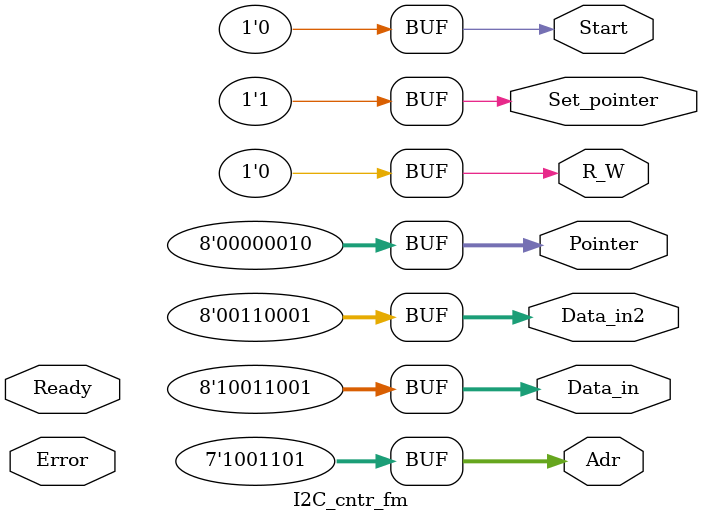
<source format=v>
module I2C_cntr_fm(
output reg [6:0] Adr,
output reg [7:0] Pointer,
output reg Set_pointer,
output reg [7:0] Data_in,
output reg [7:0] Data_in2,
output reg R_W,
output reg Start,
input Error,
input Ready);

initial begin
  Set_pointer = 1'b1;
  Pointer = 8'b00000010;
  Data_in = 8'b10011001;
  Data_in2 = 8'b00110001;
  Adr = 7'b1001101;
  R_W = 1'b0;
  #300 Start = 1'b1;
  #2500 Start = 1'b0;
  end
endmodule

</source>
